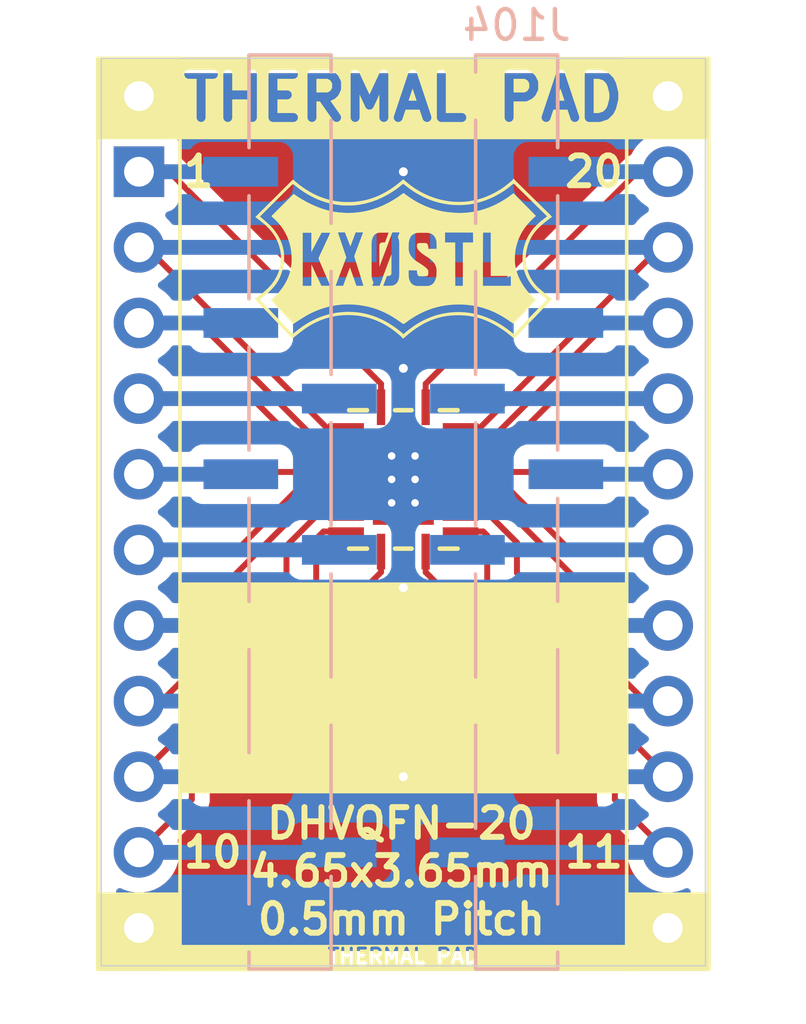
<source format=kicad_pcb>
(kicad_pcb (version 20241229) (generator "pcbnew") (generator_version "9.0")
  (layers (0 "F.Cu" signal) (2 "B.Cu" signal) (13 "F.Paste" user) (15 "B.Paste" user) (5 "F.SilkS" user "F.Silkscreen") (7 "B.SilkS" user "B.Silkscreen") (1 "F.Mask" user) (3 "B.Mask" user) (25 "Edge.Cuts" user))
  (net 0 "")
  (net 1 "/10")
  (net 2 "/3")
  (net 3 "/6")
  (net 4 "/8")
  (net 5 "/1")
  (net 6 "/7")
  (net 7 "/2")
  (net 8 "/19")
  (net 9 "/20")
  (net 10 "/18")
  (net 11 "/9")
  (net 12 "/14")
  (net 13 "/21")
  (net 14 "/16")
  (net 15 "/15")
  (net 16 "/17")
  (net 17 "/5")
  (net 18 "/4")
  (net 19 "/13")
  (net 20 "/12")
  (net 21 "/11")
  (footprint "libraries:RGY20_3P05X2P05" (layer "F.Cu") (at 138.43 119.55377)
    (property "Reference" "U101" (hide yes))
    (property "Value" "QFN-20")
    (pad "1" smd rect (at -0.750001 -2.424999) (size 0.28 1.2) (layers "F.Cu" "F.Mask") (net 5 "/1"))
    (pad "2" smd rect (at -1.925 -1.749999 90) (size 0.28 1.2) (layers "F.Cu" "F.Mask") (net 7 "/2"))
    (pad "3" smd rect (at -1.925 -1.25 90) (size 0.28 1.2) (layers "F.Cu" "F.Mask") (net 2 "/3"))
    (pad "4" smd rect (at -1.925 -0.750001 90) (size 0.28 1.2) (layers "F.Cu" "F.Mask") (net 18 "/4"))
    (pad "5" smd rect (at -1.925 -0.25 90) (size 0.28 1.2) (layers "F.Cu" "F.Mask") (net 17 "/5"))
    (pad "6" smd rect (at -1.925 0.25 90) (size 0.28 1.2) (layers "F.Cu" "F.Mask") (net 3 "/6"))
    (pad "7" smd rect (at -1.925 0.750001 90) (size 0.28 1.2) (layers "F.Cu" "F.Mask") (net 6 "/7"))
    (pad "8" smd rect (at -1.925 1.25 90) (size 0.28 1.2) (layers "F.Cu" "F.Mask") (net 4 "/8"))
    (pad "9" smd rect (at -1.925 1.749999 90) (size 0.28 1.2) (layers "F.Cu" "F.Mask") (net 11 "/9"))
    (pad "10" smd rect (at -0.750001 2.424999) (size 0.28 1.2) (layers "F.Cu" "F.Mask") (net 1 "/10"))
    (pad "11" smd rect (at 0.750001 2.424999) (size 0.28 1.2) (layers "F.Cu" "F.Mask") (net 21 "/11"))
    (pad "12" smd rect (at 1.925 1.749999 90) (size 0.28 1.2) (layers "F.Cu" "F.Mask") (net 20 "/12"))
    (pad "13" smd rect (at 1.925 1.25 90) (size 0.28 1.2) (layers "F.Cu" "F.Mask") (net 19 "/13"))
    (pad "14" smd rect (at 1.925 0.750001 90) (size 0.28 1.2) (layers "F.Cu" "F.Mask") (net 12 "/14"))
    (pad "15" smd rect (at 1.925 0.25 90) (size 0.28 1.2) (layers "F.Cu" "F.Mask") (net 15 "/15"))
    (pad "16" smd rect (at 1.925 -0.25 90) (size 0.28 1.2) (layers "F.Cu" "F.Mask") (net 14 "/16"))
    (pad "17" smd rect (at 1.925 -0.750001 90) (size 0.28 1.2) (layers "F.Cu" "F.Mask") (net 16 "/17"))
    (pad "18" smd rect (at 1.925 -1.25 90) (size 0.28 1.2) (layers "F.Cu" "F.Mask") (net 10 "/18"))
    (pad "19" smd rect (at 1.925 -1.749999 90) (size 0.28 1.2) (layers "F.Cu" "F.Mask") (net 8 "/19"))
    (pad "20" smd rect (at 0.750001 -2.424999) (size 0.28 1.2) (layers "F.Cu" "F.Mask") (net 9 "/20"))
    (pad "21" smd rect (at 0 0) (size 2.05 3.049999) (layers "F.Cu" "F.Mask") (net 13 "/21"))
    (pad "V" thru_hole circle (at -0.3937 -0.7874) (size 0.508 0.508) (drill 0.254) (layers "*.Cu" "*.Mask") (net 13 "/21"))
    (pad "V" thru_hole circle (at -0.3937 0) (size 0.508 0.508) (drill 0.254) (layers "*.Cu" "*.Mask") (net 13 "/21"))
    (pad "V" thru_hole circle (at -0.3937 0.7874) (size 0.508 0.508) (drill 0.254) (layers "*.Cu" "*.Mask") (net 13 "/21"))
    (pad "V" thru_hole circle (at 0.3937 -0.7874) (size 0.508 0.508) (drill 0.254) (layers "*.Cu" "*.Mask") (net 13 "/21"))
    (pad "V" thru_hole circle (at 0.3937 0) (size 0.508 0.508) (drill 0.254) (layers "*.Cu" "*.Mask") (net 13 "/21"))
    (pad "V" thru_hole circle (at 0.3937 0.7874) (size 0.508 0.508) (drill 0.254) (layers "*.Cu" "*.Mask") (net 13 "/21"))
  )
  (footprint "libraries:Logo_10mm_inv" (layer "F.Cu") (at 138.43 112.141)
    (property "Reference" "G***" (hide yes))
    (property "Value" "LOGO" (hide yes))
  )
  (footprint "Connector_PinHeader_2.54mm:PinHeader_1x12_P2.54mm_Vertical" (layer "F.Cu") (at 129.54 106.68)
    (property "Reference" "J103" (hide yes))
    (property "Value" "Conn_01x12")
    (pad "1" thru_hole circle (at 0 0) (size 1.7 1.7) (drill 1) (layers "*.Cu" "*.Mask") (net 13 "/21"))
    (pad "2" thru_hole rect (at 0 2.54) (size 1.7 1.7) (drill 1) (layers "*.Cu" "*.Mask") (net 5 "/1"))
    (pad "3" thru_hole circle (at 0 5.08) (size 1.7 1.7) (drill 1) (layers "*.Cu" "*.Mask") (net 7 "/2"))
    (pad "4" thru_hole circle (at 0 7.62) (size 1.7 1.7) (drill 1) (layers "*.Cu" "*.Mask") (net 2 "/3"))
    (pad "5" thru_hole circle (at 0 10.16) (size 1.7 1.7) (drill 1) (layers "*.Cu" "*.Mask") (net 18 "/4"))
    (pad "6" thru_hole circle (at 0 12.7) (size 1.7 1.7) (drill 1) (layers "*.Cu" "*.Mask") (net 17 "/5"))
    (pad "7" thru_hole circle (at 0 15.24) (size 1.7 1.7) (drill 1) (layers "*.Cu" "*.Mask") (net 3 "/6"))
    (pad "8" thru_hole circle (at 0 17.78) (size 1.7 1.7) (drill 1) (layers "*.Cu" "*.Mask") (net 6 "/7"))
    (pad "9" thru_hole circle (at 0 20.32) (size 1.7 1.7) (drill 1) (layers "*.Cu" "*.Mask") (net 4 "/8"))
    (pad "10" thru_hole circle (at 0 22.86) (size 1.7 1.7) (drill 1) (layers "*.Cu" "*.Mask") (net 11 "/9"))
    (pad "11" thru_hole circle (at 0 25.4) (size 1.7 1.7) (drill 1) (layers "*.Cu" "*.Mask") (net 1 "/10"))
    (pad "12" thru_hole circle (at 0 27.94) (size 1.7 1.7) (drill 1) (layers "*.Cu" "*.Mask") (net 13 "/21"))
  )
  (footprint "Connector_PinHeader_2.54mm:PinHeader_1x12_P2.54mm_Vertical" (layer "F.Cu") (at 147.32 106.68)
    (property "Reference" "J102" (hide yes))
    (property "Value" "Conn_01x12")
    (pad "1" thru_hole circle (at 0 0) (size 1.7 1.7) (drill 1) (layers "*.Cu" "*.Mask") (net 13 "/21"))
    (pad "2" thru_hole circle (at 0 2.54) (size 1.7 1.7) (drill 1) (layers "*.Cu" "*.Mask") (net 9 "/20"))
    (pad "3" thru_hole circle (at 0 5.08) (size 1.7 1.7) (drill 1) (layers "*.Cu" "*.Mask") (net 8 "/19"))
    (pad "4" thru_hole circle (at 0 7.62) (size 1.7 1.7) (drill 1) (layers "*.Cu" "*.Mask") (net 10 "/18"))
    (pad "5" thru_hole circle (at 0 10.16) (size 1.7 1.7) (drill 1) (layers "*.Cu" "*.Mask") (net 16 "/17"))
    (pad "6" thru_hole circle (at 0 12.7) (size 1.7 1.7) (drill 1) (layers "*.Cu" "*.Mask") (net 14 "/16"))
    (pad "7" thru_hole circle (at 0 15.24) (size 1.7 1.7) (drill 1) (layers "*.Cu" "*.Mask") (net 15 "/15"))
    (pad "8" thru_hole circle (at 0 17.78) (size 1.7 1.7) (drill 1) (layers "*.Cu" "*.Mask") (net 12 "/14"))
    (pad "9" thru_hole circle (at 0 20.32) (size 1.7 1.7) (drill 1) (layers "*.Cu" "*.Mask") (net 19 "/13"))
    (pad "10" thru_hole circle (at 0 22.86) (size 1.7 1.7) (drill 1) (layers "*.Cu" "*.Mask") (net 20 "/12"))
    (pad "11" thru_hole circle (at 0 25.4) (size 1.7 1.7) (drill 1) (layers "*.Cu" "*.Mask") (net 21 "/11"))
    (pad "12" thru_hole circle (at 0 27.94) (size 1.7 1.7) (drill 1) (layers "*.Cu" "*.Mask") (net 13 "/21"))
  )
  (footprint "Connector_PinHeader_2.54mm:PinHeader_1x12_P2.54mm_Vertical_SMD_Pin1Left" (layer "B.Cu") (at 134.62 120.65 180)
    (property "Reference" "J101" (hide yes))
    (property "Value" "Conn_01x12")
    (pad "1" smd rect (at -1.655 13.97 180) (size 2.51 1) (layers "B.Cu" "B.Mask" "B.Paste") (net 13 "/21"))
    (pad "2" smd rect (at 1.655 11.43 180) (size 2.51 1) (layers "B.Cu" "B.Mask" "B.Paste") (net 5 "/1"))
    (pad "3" smd rect (at -1.655 8.89 180) (size 2.51 1) (layers "B.Cu" "B.Mask" "B.Paste") (net 7 "/2"))
    (pad "4" smd rect (at 1.655 6.35 180) (size 2.51 1) (layers "B.Cu" "B.Mask" "B.Paste") (net 2 "/3"))
    (pad "5" smd rect (at -1.655 3.81 180) (size 2.51 1) (layers "B.Cu" "B.Mask" "B.Paste") (net 18 "/4"))
    (pad "6" smd rect (at 1.655 1.27 180) (size 2.51 1) (layers "B.Cu" "B.Mask" "B.Paste") (net 17 "/5"))
    (pad "7" smd rect (at -1.655 -1.27 180) (size 2.51 1) (layers "B.Cu" "B.Mask" "B.Paste") (net 3 "/6"))
    (pad "8" smd rect (at 1.655 -3.81 180) (size 2.51 1) (layers "B.Cu" "B.Mask" "B.Paste") (net 6 "/7"))
    (pad "9" smd rect (at -1.655 -6.35 180) (size 2.51 1) (layers "B.Cu" "B.Mask" "B.Paste") (net 4 "/8"))
    (pad "10" smd rect (at 1.655 -8.89 180) (size 2.51 1) (layers "B.Cu" "B.Mask" "B.Paste") (net 11 "/9"))
    (pad "11" smd rect (at -1.655 -11.43 180) (size 2.51 1) (layers "B.Cu" "B.Mask" "B.Paste") (net 1 "/10"))
    (pad "12" smd rect (at 1.655 -13.97 180) (size 2.51 1) (layers "B.Cu" "B.Mask" "B.Paste") (net 13 "/21"))
  )
  (footprint "Connector_PinHeader_2.54mm:PinHeader_1x12_P2.54mm_Vertical_SMD_Pin1Right" (layer "B.Cu") (at 142.24 120.65 180)
    (property "Reference" "J104" (at 0 16.35 0) (layer "B.SilkS") (effects (justify mirror)))
    (property "Value" "Conn_01x12")
    (pad "1" smd rect (at 1.655 13.97 180) (size 2.51 1) (layers "B.Cu" "B.Mask" "B.Paste") (net 13 "/21"))
    (pad "2" smd rect (at -1.655 11.43 180) (size 2.51 1) (layers "B.Cu" "B.Mask" "B.Paste") (net 9 "/20"))
    (pad "3" smd rect (at 1.655 8.89 180) (size 2.51 1) (layers "B.Cu" "B.Mask" "B.Paste") (net 8 "/19"))
    (pad "4" smd rect (at -1.655 6.35 180) (size 2.51 1) (layers "B.Cu" "B.Mask" "B.Paste") (net 10 "/18"))
    (pad "5" smd rect (at 1.655 3.81 180) (size 2.51 1) (layers "B.Cu" "B.Mask" "B.Paste") (net 16 "/17"))
    (pad "6" smd rect (at -1.655 1.27 180) (size 2.51 1) (layers "B.Cu" "B.Mask" "B.Paste") (net 14 "/16"))
    (pad "7" smd rect (at 1.655 -1.27 180) (size 2.51 1) (layers "B.Cu" "B.Mask" "B.Paste") (net 15 "/15"))
    (pad "8" smd rect (at -1.655 -3.81 180) (size 2.51 1) (layers "B.Cu" "B.Mask" "B.Paste") (net 12 "/14"))
    (pad "9" smd rect (at 1.655 -6.35 180) (size 2.51 1) (layers "B.Cu" "B.Mask" "B.Paste") (net 19 "/13"))
    (pad "10" smd rect (at -1.655 -8.89 180) (size 2.51 1) (layers "B.Cu" "B.Mask" "B.Paste") (net 20 "/12"))
    (pad "11" smd rect (at 1.655 -11.43 180) (size 2.51 1) (layers "B.Cu" "B.Mask" "B.Paste") (net 21 "/11"))
    (pad "12" smd rect (at -1.655 -13.97 180) (size 2.51 1) (layers "B.Cu" "B.Mask" "B.Paste") (net 13 "/21"))
  )
  (gr_rect (start 140.976968 135.238434) (end 146.431 136.017929) (stroke (width 0.1)) (fill yes) (layer "F.SilkS"))
  (gr_rect (start 128.143 133.477) (end 130.864898 136.017) (stroke (width 0.1)) (fill yes) (layer "F.SilkS"))
  (gr_rect (start 130.455358 135.238386) (end 135.838688 136.025786) (stroke (width 0.1)) (fill yes) (layer "F.SilkS"))
  (gr_rect (start 145.974913 133.477) (end 148.717 136.017) (stroke (width 0.1)) (fill yes) (layer "F.SilkS"))
  (gr_rect (start 128.143 105.41) (end 130.9285 108.07725) (stroke (width 0.1)) (fill yes) (layer "F.SilkS"))
  (gr_rect (start 130.556 105.41) (end 145.97375 105.6386) (stroke (width 0.1)) (fill yes) (layer "F.SilkS"))
  (gr_rect (start 135.636 135.934139) (end 141.097 136.017) (stroke (width 0.1)) (fill yes) (layer "F.SilkS"))
  (gr_rect (start 130.37825 107.67085) (end 146.685 108.07725) (stroke (width 0.1)) (fill yes) (layer "F.SilkS"))
  (gr_rect (start 130.937 123.063) (end 145.923 130.048) (stroke (width 0.1)) (fill yes) (layer "F.SilkS"))
  (gr_rect (start 145.82575 105.41) (end 148.68725 108.07725) (stroke (width 0.1)) (fill yes) (layer "F.SilkS"))
  (gr_rect (start 128.27 105.41) (end 148.59 135.89) (stroke (width 0.05)) (fill no) (layer "Edge.Cuts"))
  (gr_text "20" (at 145.923 109.22 0) (layer "F.SilkS") (effects (font (size 1 1) (thickness 0.2) (bold yes)) (justify right)))
  (gr_text "THERMAL PAD" (at 138.43 106.743625 0) (layer "F.SilkS" knockout) (effects (font (size 1.45 1.45) (thickness 0.3))))
  (gr_text "1" (at 130.937 109.22 0) (layer "F.SilkS") (effects (font (size 1 1) (thickness 0.2) (bold yes)) (justify left)))
  (gr_text "DHVQFN-20\n4.65x3.65mm\n0.5mm Pitch" (at 138.3665 134.912744 0) (layer "F.SilkS") (effects (font (size 1 1) (thickness 0.2) (bold yes)) (justify bottom)))
  (gr_text "11" (at 145.923 132.08 0) (layer "F.SilkS") (effects (font (size 1 1) (thickness 0.2) (bold yes)) (justify right)))
  (gr_text "THERMAL PAD" (at 138.43 135.568237 0) (layer "F.SilkS" knockout) (effects (font (size 0.5 0.5) (thickness 0.1) (bold yes))))
  (gr_text "10" (at 130.937 132.08 0) (layer "F.SilkS") (effects (font (size 1 1) (thickness 0.2) (bold yes)) (justify left)))
  (segment (start 131.318 130.302) (end 129.54 132.08) (width 0.2) (layer "F.Cu") (net 1))
  (segment (start 137.679999 121.978769) (end 137.679999 122.670001) (width 0.2) (layer "F.Cu") (net 1))
  (segment (start 137.679999 122.670001) (end 131.318 129.032) (width 0.2) (layer "F.Cu") (net 1))
  (segment (start 131.318 129.032) (end 131.318 130.302) (width 0.2) (layer "F.Cu") (net 1))
  (segment (start 129.54 132.08) (end 136.275 132.08) (width 0.5) (layer "B.Cu") (net 1))
  (segment (start 136.505 118.30377) (end 135.57577 118.30377) (width 0.2) (layer "F.Cu") (net 2))
  (segment (start 135.57577 118.30377) (end 131.572 114.3) (width 0.2) (layer "F.Cu") (net 2))
  (segment (start 131.572 114.3) (end 129.54 114.3) (width 0.2) (layer "F.Cu") (net 2))
  (segment (start 132.965 114.3) (end 129.54 114.3) (width 0.5) (layer "B.Cu") (net 2))
  (segment (start 134.95823 119.80377) (end 132.842 121.92) (width 0.2) (layer "F.Cu") (net 3))
  (segment (start 136.505 119.80377) (end 134.95823 119.80377) (width 0.2) (layer "F.Cu") (net 3))
  (segment (start 132.842 121.92) (end 129.54 121.92) (width 0.2) (layer "F.Cu") (net 3))
  (segment (start 129.54 121.92) (end 136.275 121.92) (width 0.5) (layer "B.Cu") (net 3))
  (segment (start 134.5 122.802) (end 130.302 127) (width 0.2) (layer "F.Cu") (net 4))
  (segment (start 135.48223 120.80377) (end 134.5 121.786) (width 0.2) (layer "F.Cu") (net 4))
  (segment (start 130.302 127) (end 129.54 127) (width 0.2) (layer "F.Cu") (net 4))
  (segment (start 134.5 121.786) (end 134.5 122.802) (width 0.2) (layer "F.Cu") (net 4))
  (segment (start 136.505 120.80377) (end 135.48223 120.80377) (width 0.2) (layer "F.Cu") (net 4))
  (segment (start 129.54 127) (end 136.275 127) (width 0.5) (layer "B.Cu") (net 4))
  (segment (start 137.679999 117.128771) (end 137.679999 116.343999) (width 0.2) (layer "F.Cu") (net 5))
  (segment (start 137.679999 116.343999) (end 130.556 109.22) (width 0.2) (layer "F.Cu") (net 5))
  (segment (start 130.556 109.22) (end 129.54 109.22) (width 0.2) (layer "F.Cu") (net 5))
  (segment (start 129.54 109.22) (end 132.965 109.22) (width 0.5) (layer "B.Cu") (net 5))
  (segment (start 136.505 120.303771) (end 135.220229 120.303771) (width 0.2) (layer "F.Cu") (net 6))
  (segment (start 135.220229 120.303771) (end 131.064 124.46) (width 0.2) (layer "F.Cu") (net 6))
  (segment (start 131.064 124.46) (end 129.54 124.46) (width 0.2) (layer "F.Cu") (net 6))
  (segment (start 132.965 124.46) (end 129.54 124.46) (width 0.5) (layer "B.Cu") (net 6))
  (segment (start 135.837771 117.803771) (end 129.794 111.76) (width 0.2) (layer "F.Cu") (net 7))
  (segment (start 136.505 117.803771) (end 135.837771 117.803771) (width 0.2) (layer "F.Cu") (net 7))
  (segment (start 129.794 111.76) (end 129.54 111.76) (width 0.2) (layer "F.Cu") (net 7))
  (segment (start 136.275 111.76) (end 129.54 111.76) (width 0.5) (layer "B.Cu") (net 7))
  (segment (start 141.022229 117.803771) (end 147.066 111.76) (width 0.2) (layer "F.Cu") (net 8))
  (segment (start 140.355 117.803771) (end 141.022229 117.803771) (width 0.2) (layer "F.Cu") (net 8))
  (segment (start 147.066 111.76) (end 147.32 111.76) (width 0.2) (layer "F.Cu") (net 8))
  (segment (start 140.585 111.76) (end 147.32 111.76) (width 0.5) (layer "B.Cu") (net 8))
  (segment (start 139.180001 117.128771) (end 139.180001 116.343999) (width 0.2) (layer "F.Cu") (net 9))
  (segment (start 139.180001 116.343999) (end 146.304 109.22) (width 0.2) (layer "F.Cu") (net 9))
  (segment (start 146.304 109.22) (end 147.32 109.22) (width 0.2) (layer "F.Cu") (net 9))
  (segment (start 147.32 109.22) (end 143.895 109.22) (width 0.5) (layer "B.Cu") (net 9))
  (segment (start 141.28423 118.30377) (end 145.288 114.3) (width 0.2) (layer "F.Cu") (net 10))
  (segment (start 140.355 118.30377) (end 141.28423 118.30377) (width 0.2) (layer "F.Cu") (net 10))
  (segment (start 145.288 114.3) (end 147.32 114.3) (width 0.2) (layer "F.Cu") (net 10))
  (segment (start 143.895 114.3) (end 147.32 114.3) (width 0.5) (layer "B.Cu") (net 10))
  (segment (start 136.505 121.303769) (end 135.744231 121.303769) (width 0.2) (layer "F.Cu") (net 11))
  (segment (start 135.5 123.58) (end 129.54 129.54) (width 0.2) (layer "F.Cu") (net 11))
  (segment (start 135.5 121.548) (end 135.5 123.58) (width 0.2) (layer "F.Cu") (net 11))
  (segment (start 135.744231 121.303769) (end 135.5 121.548) (width 0.2) (layer "F.Cu") (net 11))
  (segment (start 132.965 129.54) (end 129.54 129.54) (width 0.5) (layer "B.Cu") (net 11))
  (segment (start 145.796 124.46) (end 147.32 124.46) (width 0.2) (layer "F.Cu") (net 12))
  (segment (start 140.355 120.303771) (end 141.639771 120.303771) (width 0.2) (layer "F.Cu") (net 12))
  (segment (start 141.639771 120.303771) (end 145.796 124.46) (width 0.2) (layer "F.Cu") (net 12))
  (segment (start 143.895 124.46) (end 147.32 124.46) (width 0.5) (layer "B.Cu") (net 12))
  (segment (start 138.43 116.332) (end 138.43 122.809) (width 0.2) (layer "F.Cu") (net 13))
  (via (at 138.43 129.54) (size 0.6) (drill 0.3) (layers "F.Cu" "B.Cu") (net 13))
  (via (at 138.43 109.22) (size 0.6) (drill 0.3) (layers "F.Cu" "B.Cu") (net 13))
  (via (at 138.43 115.824) (size 0.6) (drill 0.3) (layers "F.Cu" "B.Cu") (net 13))
  (via (at 138.43 123.19) (size 0.6) (drill 0.3) (layers "F.Cu" "B.Cu") (net 13))
  (segment (start 132.965 134.62) (end 129.54 134.62) (width 0.5) (layer "B.Cu") (net 13))
  (segment (start 140.585 106.68) (end 147.32 106.68) (width 0.5) (layer "B.Cu") (net 13))
  (segment (start 136.275 106.68) (end 129.54 106.68) (width 0.5) (layer "B.Cu") (net 13))
  (segment (start 143.895 134.62) (end 147.32 134.62) (width 0.5) (layer "B.Cu") (net 13))
  (segment (start 140.355 119.30377) (end 147.24377 119.30377) (width 0.2) (layer "F.Cu") (net 14))
  (segment (start 147.24377 119.30377) (end 147.32 119.38) (width 0.2) (layer "F.Cu") (net 14))
  (segment (start 143.895 119.38) (end 147.32 119.38) (width 0.5) (layer "B.Cu") (net 14))
  (segment (start 144.018 121.92) (end 147.32 121.92) (width 0.2) (layer "F.Cu") (net 15))
  (segment (start 140.355 119.80377) (end 141.90177 119.80377) (width 0.2) (layer "F.Cu") (net 15))
  (segment (start 141.90177 119.80377) (end 144.018 121.92) (width 0.2) (layer "F.Cu") (net 15))
  (segment (start 147.32 121.92) (end 140.585 121.92) (width 0.5) (layer "B.Cu") (net 15))
  (segment (start 141.546231 118.803769) (end 143.51 116.84) (width 0.2) (layer "F.Cu") (net 16))
  (segment (start 143.51 116.84) (end 147.32 116.84) (width 0.2) (layer "F.Cu") (net 16))
  (segment (start 140.355 118.803769) (end 141.546231 118.803769) (width 0.2) (layer "F.Cu") (net 16))
  (segment (start 147.32 116.84) (end 140.585 116.84) (width 0.5) (layer "B.Cu") (net 16))
  (segment (start 136.505 119.30377) (end 129.61623 119.30377) (width 0.2) (layer "F.Cu") (net 17))
  (segment (start 129.61623 119.30377) (end 129.54 119.38) (width 0.2) (layer "F.Cu") (net 17))
  (segment (start 132.965 119.38) (end 129.54 119.38) (width 0.5) (layer "B.Cu") (net 17))
  (segment (start 136.505 118.803769) (end 135.313769 118.803769) (width 0.2) (layer "F.Cu") (net 18))
  (segment (start 135.313769 118.803769) (end 133.35 116.84) (width 0.2) (layer "F.Cu") (net 18))
  (segment (start 133.35 116.84) (end 129.54 116.84) (width 0.2) (layer "F.Cu") (net 18))
  (segment (start 129.54 116.84) (end 136.275 116.84) (width 0.5) (layer "B.Cu") (net 18))
  (segment (start 142.25 122.692) (end 146.558 127) (width 0.2) (layer "F.Cu") (net 19))
  (segment (start 140.355 120.80377) (end 141.37777 120.80377) (width 0.2) (layer "F.Cu") (net 19))
  (segment (start 146.558 127) (end 147.32 127) (width 0.2) (layer "F.Cu") (net 19))
  (segment (start 142.25 121.676) (end 142.25 122.692) (width 0.2) (layer "F.Cu") (net 19))
  (segment (start 141.37777 120.80377) (end 142.25 121.676) (width 0.2) (layer "F.Cu") (net 19))
  (segment (start 147.32 127) (end 140.585 127) (width 0.5) (layer "B.Cu") (net 19))
  (segment (start 141.25 123.47) (end 147.32 129.54) (width 0.2) (layer "F.Cu") (net 20))
  (segment (start 141.25 121.438) (end 141.25 123.47) (width 0.2) (layer "F.Cu") (net 20))
  (segment (start 140.355 121.303769) (end 141.115769 121.303769) (width 0.2) (layer "F.Cu") (net 20))
  (segment (start 141.115769 121.303769) (end 141.25 121.438) (width 0.2) (layer "F.Cu") (net 20))
  (segment (start 143.895 129.54) (end 147.32 129.54) (width 0.5) (layer "B.Cu") (net 20))
  (segment (start 139.180001 121.978769) (end 139.180001 122.670001) (width 0.2) (layer "F.Cu") (net 21))
  (segment (start 145.542 130.302) (end 147.32 132.08) (width 0.2) (layer "F.Cu") (net 21))
  (segment (start 145.542 129.032) (end 145.542 130.302) (width 0.2) (layer "F.Cu") (net 21))
  (segment (start 139.180001 122.670001) (end 145.542 129.032) (width 0.2) (layer "F.Cu") (net 21))
  (segment (start 147.32 132.08) (end 140.585 132.08) (width 0.5) (layer "B.Cu") (net 21))
  (zone (net 13) (net_name "/21") (layers "F.Cu" "B.Cu") (priority 1) (connect_pads yes (clearance 0.5)) (min_thickness 0.25) (fill yes (thermal_gap 0.5) (thermal_bridge_width 0.5))
    (polygon (pts (xy 128.322658 105.399956) (xy 148.642658 105.399956) (xy 148.642658 135.879956) (xy 128.322658 135.879956)))
  )
)
</source>
